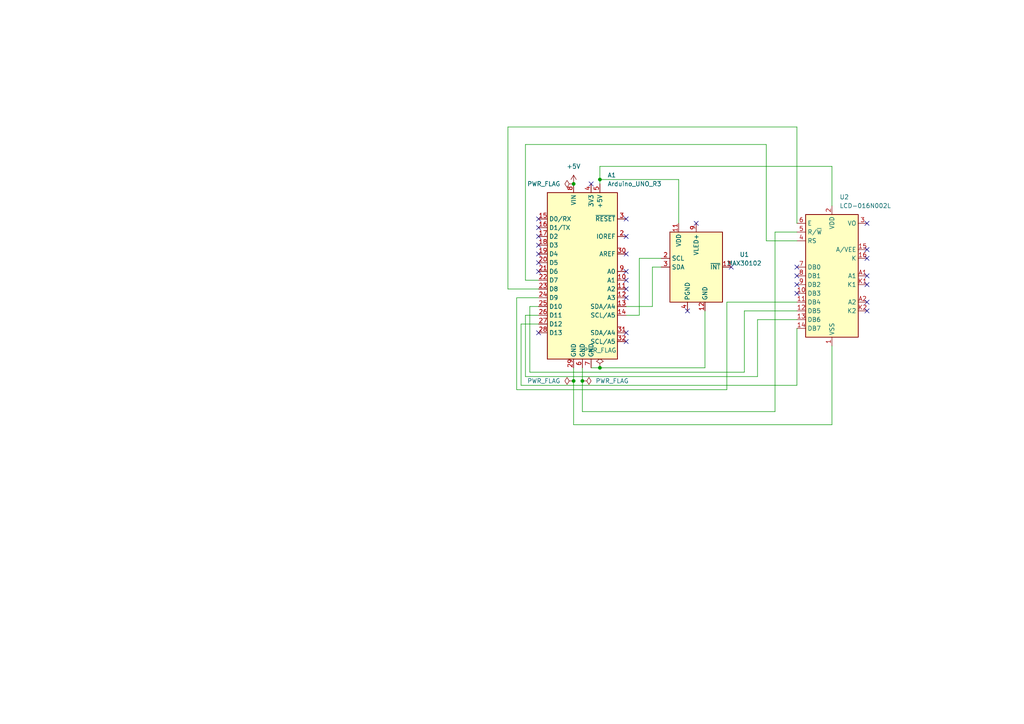
<source format=kicad_sch>
(kicad_sch (version 20230121) (generator eeschema)

  (uuid e1559fbd-739c-4bd1-b61a-a06b23dc8501)

  (paper "A4")

  (lib_symbols
    (symbol "Display_Character:LCD-016N002L" (in_bom yes) (on_board yes)
      (property "Reference" "U" (at -6.35 18.796 0)
        (effects (font (size 1.27 1.27)))
      )
      (property "Value" "LCD-016N002L" (at 8.636 18.796 0)
        (effects (font (size 1.27 1.27)))
      )
      (property "Footprint" "Display:LCD-016N002L" (at 0.508 -23.368 0)
        (effects (font (size 1.27 1.27)) hide)
      )
      (property "Datasheet" "http://www.vishay.com/docs/37299/37299.pdf" (at 12.7 -7.62 0)
        (effects (font (size 1.27 1.27)) hide)
      )
      (property "ki_keywords" "display LCD dot-matrix" (at 0 0 0)
        (effects (font (size 1.27 1.27)) hide)
      )
      (property "ki_description" "LCD 12x2, 8 bit parallel bus, 3V or 5V VDD" (at 0 0 0)
        (effects (font (size 1.27 1.27)) hide)
      )
      (property "ki_fp_filters" "*LCD*016N002L*" (at 0 0 0)
        (effects (font (size 1.27 1.27)) hide)
      )
      (symbol "LCD-016N002L_1_1"
        (rectangle (start -7.62 17.78) (end 7.62 -17.78)
          (stroke (width 0.254) (type default))
          (fill (type background))
        )
        (pin power_in line (at 0 -20.32 90) (length 2.54)
          (name "VSS" (effects (font (size 1.27 1.27))))
          (number "1" (effects (font (size 1.27 1.27))))
        )
        (pin bidirectional line (at -10.16 -5.08 0) (length 2.54)
          (name "DB3" (effects (font (size 1.27 1.27))))
          (number "10" (effects (font (size 1.27 1.27))))
        )
        (pin bidirectional line (at -10.16 -7.62 0) (length 2.54)
          (name "DB4" (effects (font (size 1.27 1.27))))
          (number "11" (effects (font (size 1.27 1.27))))
        )
        (pin bidirectional line (at -10.16 -10.16 0) (length 2.54)
          (name "DB5" (effects (font (size 1.27 1.27))))
          (number "12" (effects (font (size 1.27 1.27))))
        )
        (pin bidirectional line (at -10.16 -12.7 0) (length 2.54)
          (name "DB6" (effects (font (size 1.27 1.27))))
          (number "13" (effects (font (size 1.27 1.27))))
        )
        (pin bidirectional line (at -10.16 -15.24 0) (length 2.54)
          (name "DB7" (effects (font (size 1.27 1.27))))
          (number "14" (effects (font (size 1.27 1.27))))
        )
        (pin power_in line (at 10.16 7.62 180) (length 2.54)
          (name "A/VEE" (effects (font (size 1.27 1.27))))
          (number "15" (effects (font (size 1.27 1.27))))
        )
        (pin power_in line (at 10.16 5.08 180) (length 2.54)
          (name "K" (effects (font (size 1.27 1.27))))
          (number "16" (effects (font (size 1.27 1.27))))
        )
        (pin power_in line (at 0 20.32 270) (length 2.54)
          (name "VDD" (effects (font (size 1.27 1.27))))
          (number "2" (effects (font (size 1.27 1.27))))
        )
        (pin input line (at 10.16 15.24 180) (length 2.54)
          (name "VO" (effects (font (size 1.27 1.27))))
          (number "3" (effects (font (size 1.27 1.27))))
        )
        (pin input line (at -10.16 10.16 0) (length 2.54)
          (name "RS" (effects (font (size 1.27 1.27))))
          (number "4" (effects (font (size 1.27 1.27))))
        )
        (pin input line (at -10.16 12.7 0) (length 2.54)
          (name "R/~{W}" (effects (font (size 1.27 1.27))))
          (number "5" (effects (font (size 1.27 1.27))))
        )
        (pin input line (at -10.16 15.24 0) (length 2.54)
          (name "E" (effects (font (size 1.27 1.27))))
          (number "6" (effects (font (size 1.27 1.27))))
        )
        (pin bidirectional line (at -10.16 2.54 0) (length 2.54)
          (name "DB0" (effects (font (size 1.27 1.27))))
          (number "7" (effects (font (size 1.27 1.27))))
        )
        (pin bidirectional line (at -10.16 0 0) (length 2.54)
          (name "DB1" (effects (font (size 1.27 1.27))))
          (number "8" (effects (font (size 1.27 1.27))))
        )
        (pin bidirectional line (at -10.16 -2.54 0) (length 2.54)
          (name "DB2" (effects (font (size 1.27 1.27))))
          (number "9" (effects (font (size 1.27 1.27))))
        )
        (pin power_in line (at 10.16 0 180) (length 2.54)
          (name "A1" (effects (font (size 1.27 1.27))))
          (number "A1" (effects (font (size 1.27 1.27))))
        )
        (pin power_in line (at 10.16 -7.62 180) (length 2.54)
          (name "A2" (effects (font (size 1.27 1.27))))
          (number "A2" (effects (font (size 1.27 1.27))))
        )
        (pin power_in line (at 10.16 -2.54 180) (length 2.54)
          (name "K1" (effects (font (size 1.27 1.27))))
          (number "K1" (effects (font (size 1.27 1.27))))
        )
        (pin power_in line (at 10.16 -10.16 180) (length 2.54)
          (name "K2" (effects (font (size 1.27 1.27))))
          (number "K2" (effects (font (size 1.27 1.27))))
        )
      )
    )
    (symbol "MCU_Module:Arduino_UNO_R3" (in_bom yes) (on_board yes)
      (property "Reference" "A" (at -10.16 23.495 0)
        (effects (font (size 1.27 1.27)) (justify left bottom))
      )
      (property "Value" "Arduino_UNO_R3" (at 5.08 -26.67 0)
        (effects (font (size 1.27 1.27)) (justify left top))
      )
      (property "Footprint" "Module:Arduino_UNO_R3" (at 0 0 0)
        (effects (font (size 1.27 1.27) italic) hide)
      )
      (property "Datasheet" "https://www.arduino.cc/en/Main/arduinoBoardUno" (at 0 0 0)
        (effects (font (size 1.27 1.27)) hide)
      )
      (property "ki_keywords" "Arduino UNO R3 Microcontroller Module Atmel AVR USB" (at 0 0 0)
        (effects (font (size 1.27 1.27)) hide)
      )
      (property "ki_description" "Arduino UNO Microcontroller Module, release 3" (at 0 0 0)
        (effects (font (size 1.27 1.27)) hide)
      )
      (property "ki_fp_filters" "Arduino*UNO*R3*" (at 0 0 0)
        (effects (font (size 1.27 1.27)) hide)
      )
      (symbol "Arduino_UNO_R3_0_1"
        (rectangle (start -10.16 22.86) (end 10.16 -25.4)
          (stroke (width 0.254) (type default))
          (fill (type background))
        )
      )
      (symbol "Arduino_UNO_R3_1_1"
        (pin no_connect line (at -10.16 -20.32 0) (length 2.54) hide
          (name "NC" (effects (font (size 1.27 1.27))))
          (number "1" (effects (font (size 1.27 1.27))))
        )
        (pin bidirectional line (at 12.7 -2.54 180) (length 2.54)
          (name "A1" (effects (font (size 1.27 1.27))))
          (number "10" (effects (font (size 1.27 1.27))))
        )
        (pin bidirectional line (at 12.7 -5.08 180) (length 2.54)
          (name "A2" (effects (font (size 1.27 1.27))))
          (number "11" (effects (font (size 1.27 1.27))))
        )
        (pin bidirectional line (at 12.7 -7.62 180) (length 2.54)
          (name "A3" (effects (font (size 1.27 1.27))))
          (number "12" (effects (font (size 1.27 1.27))))
        )
        (pin bidirectional line (at 12.7 -10.16 180) (length 2.54)
          (name "SDA/A4" (effects (font (size 1.27 1.27))))
          (number "13" (effects (font (size 1.27 1.27))))
        )
        (pin bidirectional line (at 12.7 -12.7 180) (length 2.54)
          (name "SCL/A5" (effects (font (size 1.27 1.27))))
          (number "14" (effects (font (size 1.27 1.27))))
        )
        (pin bidirectional line (at -12.7 15.24 0) (length 2.54)
          (name "D0/RX" (effects (font (size 1.27 1.27))))
          (number "15" (effects (font (size 1.27 1.27))))
        )
        (pin bidirectional line (at -12.7 12.7 0) (length 2.54)
          (name "D1/TX" (effects (font (size 1.27 1.27))))
          (number "16" (effects (font (size 1.27 1.27))))
        )
        (pin bidirectional line (at -12.7 10.16 0) (length 2.54)
          (name "D2" (effects (font (size 1.27 1.27))))
          (number "17" (effects (font (size 1.27 1.27))))
        )
        (pin bidirectional line (at -12.7 7.62 0) (length 2.54)
          (name "D3" (effects (font (size 1.27 1.27))))
          (number "18" (effects (font (size 1.27 1.27))))
        )
        (pin bidirectional line (at -12.7 5.08 0) (length 2.54)
          (name "D4" (effects (font (size 1.27 1.27))))
          (number "19" (effects (font (size 1.27 1.27))))
        )
        (pin output line (at 12.7 10.16 180) (length 2.54)
          (name "IOREF" (effects (font (size 1.27 1.27))))
          (number "2" (effects (font (size 1.27 1.27))))
        )
        (pin bidirectional line (at -12.7 2.54 0) (length 2.54)
          (name "D5" (effects (font (size 1.27 1.27))))
          (number "20" (effects (font (size 1.27 1.27))))
        )
        (pin bidirectional line (at -12.7 0 0) (length 2.54)
          (name "D6" (effects (font (size 1.27 1.27))))
          (number "21" (effects (font (size 1.27 1.27))))
        )
        (pin bidirectional line (at -12.7 -2.54 0) (length 2.54)
          (name "D7" (effects (font (size 1.27 1.27))))
          (number "22" (effects (font (size 1.27 1.27))))
        )
        (pin bidirectional line (at -12.7 -5.08 0) (length 2.54)
          (name "D8" (effects (font (size 1.27 1.27))))
          (number "23" (effects (font (size 1.27 1.27))))
        )
        (pin bidirectional line (at -12.7 -7.62 0) (length 2.54)
          (name "D9" (effects (font (size 1.27 1.27))))
          (number "24" (effects (font (size 1.27 1.27))))
        )
        (pin bidirectional line (at -12.7 -10.16 0) (length 2.54)
          (name "D10" (effects (font (size 1.27 1.27))))
          (number "25" (effects (font (size 1.27 1.27))))
        )
        (pin bidirectional line (at -12.7 -12.7 0) (length 2.54)
          (name "D11" (effects (font (size 1.27 1.27))))
          (number "26" (effects (font (size 1.27 1.27))))
        )
        (pin bidirectional line (at -12.7 -15.24 0) (length 2.54)
          (name "D12" (effects (font (size 1.27 1.27))))
          (number "27" (effects (font (size 1.27 1.27))))
        )
        (pin bidirectional line (at -12.7 -17.78 0) (length 2.54)
          (name "D13" (effects (font (size 1.27 1.27))))
          (number "28" (effects (font (size 1.27 1.27))))
        )
        (pin power_in line (at -2.54 -27.94 90) (length 2.54)
          (name "GND" (effects (font (size 1.27 1.27))))
          (number "29" (effects (font (size 1.27 1.27))))
        )
        (pin input line (at 12.7 15.24 180) (length 2.54)
          (name "~{RESET}" (effects (font (size 1.27 1.27))))
          (number "3" (effects (font (size 1.27 1.27))))
        )
        (pin input line (at 12.7 5.08 180) (length 2.54)
          (name "AREF" (effects (font (size 1.27 1.27))))
          (number "30" (effects (font (size 1.27 1.27))))
        )
        (pin bidirectional line (at 12.7 -17.78 180) (length 2.54)
          (name "SDA/A4" (effects (font (size 1.27 1.27))))
          (number "31" (effects (font (size 1.27 1.27))))
        )
        (pin bidirectional line (at 12.7 -20.32 180) (length 2.54)
          (name "SCL/A5" (effects (font (size 1.27 1.27))))
          (number "32" (effects (font (size 1.27 1.27))))
        )
        (pin power_out line (at 2.54 25.4 270) (length 2.54)
          (name "3V3" (effects (font (size 1.27 1.27))))
          (number "4" (effects (font (size 1.27 1.27))))
        )
        (pin power_out line (at 5.08 25.4 270) (length 2.54)
          (name "+5V" (effects (font (size 1.27 1.27))))
          (number "5" (effects (font (size 1.27 1.27))))
        )
        (pin power_in line (at 0 -27.94 90) (length 2.54)
          (name "GND" (effects (font (size 1.27 1.27))))
          (number "6" (effects (font (size 1.27 1.27))))
        )
        (pin power_in line (at 2.54 -27.94 90) (length 2.54)
          (name "GND" (effects (font (size 1.27 1.27))))
          (number "7" (effects (font (size 1.27 1.27))))
        )
        (pin power_in line (at -2.54 25.4 270) (length 2.54)
          (name "VIN" (effects (font (size 1.27 1.27))))
          (number "8" (effects (font (size 1.27 1.27))))
        )
        (pin bidirectional line (at 12.7 0 180) (length 2.54)
          (name "A0" (effects (font (size 1.27 1.27))))
          (number "9" (effects (font (size 1.27 1.27))))
        )
      )
    )
    (symbol "Sensor:MAX30102" (in_bom yes) (on_board yes)
      (property "Reference" "U" (at 7.62 15.24 0)
        (effects (font (size 1.27 1.27)))
      )
      (property "Value" "MAX30102" (at 7.62 12.7 0)
        (effects (font (size 1.27 1.27)))
      )
      (property "Footprint" "OptoDevice:Maxim_OLGA-14_3.3x5.6mm_P0.8mm" (at 0 -2.54 0)
        (effects (font (size 1.27 1.27)) hide)
      )
      (property "Datasheet" "https://datasheets.maximintegrated.com/en/ds/MAX30102.pdf" (at 0 0 0)
        (effects (font (size 1.27 1.27)) hide)
      )
      (property "ki_keywords" "Heart Rate" (at 0 0 0)
        (effects (font (size 1.27 1.27)) hide)
      )
      (property "ki_description" "Heart Rate Sensor, 14-OLGA" (at 0 0 0)
        (effects (font (size 1.27 1.27)) hide)
      )
      (property "ki_fp_filters" "Maxim*OLGA*3.3x5.6mm*P0.8mm*" (at 0 0 0)
        (effects (font (size 1.27 1.27)) hide)
      )
      (symbol "MAX30102_0_1"
        (rectangle (start -7.62 10.16) (end 7.62 -10.16)
          (stroke (width 0.254) (type default))
          (fill (type background))
        )
      )
      (symbol "MAX30102_1_1"
        (pin no_connect line (at -7.62 5.08 0) (length 2.54) hide
          (name "NC" (effects (font (size 1.27 1.27))))
          (number "1" (effects (font (size 1.27 1.27))))
        )
        (pin passive line (at 0 12.7 270) (length 2.54) hide
          (name "VLED+" (effects (font (size 1.27 1.27))))
          (number "10" (effects (font (size 1.27 1.27))))
        )
        (pin power_in line (at -5.08 12.7 270) (length 2.54)
          (name "VDD" (effects (font (size 1.27 1.27))))
          (number "11" (effects (font (size 1.27 1.27))))
        )
        (pin power_in line (at 2.54 -12.7 90) (length 2.54)
          (name "GND" (effects (font (size 1.27 1.27))))
          (number "12" (effects (font (size 1.27 1.27))))
        )
        (pin output line (at 10.16 0 180) (length 2.54)
          (name "~{INT}" (effects (font (size 1.27 1.27))))
          (number "13" (effects (font (size 1.27 1.27))))
        )
        (pin no_connect line (at 7.62 2.54 180) (length 2.54) hide
          (name "NC" (effects (font (size 1.27 1.27))))
          (number "14" (effects (font (size 1.27 1.27))))
        )
        (pin input line (at -10.16 2.54 0) (length 2.54)
          (name "SCL" (effects (font (size 1.27 1.27))))
          (number "2" (effects (font (size 1.27 1.27))))
        )
        (pin bidirectional line (at -10.16 0 0) (length 2.54)
          (name "SDA" (effects (font (size 1.27 1.27))))
          (number "3" (effects (font (size 1.27 1.27))))
        )
        (pin power_in line (at -2.54 -12.7 90) (length 2.54)
          (name "PGND" (effects (font (size 1.27 1.27))))
          (number "4" (effects (font (size 1.27 1.27))))
        )
        (pin no_connect line (at 7.62 -7.62 180) (length 2.54) hide
          (name "NC" (effects (font (size 1.27 1.27))))
          (number "5" (effects (font (size 1.27 1.27))))
        )
        (pin no_connect line (at 7.62 -5.08 180) (length 2.54) hide
          (name "NC" (effects (font (size 1.27 1.27))))
          (number "6" (effects (font (size 1.27 1.27))))
        )
        (pin no_connect line (at -7.62 -2.54 0) (length 2.54) hide
          (name "NC" (effects (font (size 1.27 1.27))))
          (number "7" (effects (font (size 1.27 1.27))))
        )
        (pin no_connect line (at 7.62 5.08 180) (length 2.54) hide
          (name "NC" (effects (font (size 1.27 1.27))))
          (number "8" (effects (font (size 1.27 1.27))))
        )
        (pin power_in line (at 0 12.7 270) (length 2.54)
          (name "VLED+" (effects (font (size 1.27 1.27))))
          (number "9" (effects (font (size 1.27 1.27))))
        )
      )
    )
    (symbol "power:+5V" (power) (pin_names (offset 0)) (in_bom yes) (on_board yes)
      (property "Reference" "#PWR" (at 0 -3.81 0)
        (effects (font (size 1.27 1.27)) hide)
      )
      (property "Value" "+5V" (at 0 3.556 0)
        (effects (font (size 1.27 1.27)))
      )
      (property "Footprint" "" (at 0 0 0)
        (effects (font (size 1.27 1.27)) hide)
      )
      (property "Datasheet" "" (at 0 0 0)
        (effects (font (size 1.27 1.27)) hide)
      )
      (property "ki_keywords" "global power" (at 0 0 0)
        (effects (font (size 1.27 1.27)) hide)
      )
      (property "ki_description" "Power symbol creates a global label with name \"+5V\"" (at 0 0 0)
        (effects (font (size 1.27 1.27)) hide)
      )
      (symbol "+5V_0_1"
        (polyline
          (pts
            (xy -0.762 1.27)
            (xy 0 2.54)
          )
          (stroke (width 0) (type default))
          (fill (type none))
        )
        (polyline
          (pts
            (xy 0 0)
            (xy 0 2.54)
          )
          (stroke (width 0) (type default))
          (fill (type none))
        )
        (polyline
          (pts
            (xy 0 2.54)
            (xy 0.762 1.27)
          )
          (stroke (width 0) (type default))
          (fill (type none))
        )
      )
      (symbol "+5V_1_1"
        (pin power_in line (at 0 0 90) (length 0) hide
          (name "+5V" (effects (font (size 1.27 1.27))))
          (number "1" (effects (font (size 1.27 1.27))))
        )
      )
    )
    (symbol "power:PWR_FLAG" (power) (pin_numbers hide) (pin_names (offset 0) hide) (in_bom yes) (on_board yes)
      (property "Reference" "#FLG" (at 0 1.905 0)
        (effects (font (size 1.27 1.27)) hide)
      )
      (property "Value" "PWR_FLAG" (at 0 3.81 0)
        (effects (font (size 1.27 1.27)))
      )
      (property "Footprint" "" (at 0 0 0)
        (effects (font (size 1.27 1.27)) hide)
      )
      (property "Datasheet" "~" (at 0 0 0)
        (effects (font (size 1.27 1.27)) hide)
      )
      (property "ki_keywords" "flag power" (at 0 0 0)
        (effects (font (size 1.27 1.27)) hide)
      )
      (property "ki_description" "Special symbol for telling ERC where power comes from" (at 0 0 0)
        (effects (font (size 1.27 1.27)) hide)
      )
      (symbol "PWR_FLAG_0_0"
        (pin power_out line (at 0 0 90) (length 0)
          (name "pwr" (effects (font (size 1.27 1.27))))
          (number "1" (effects (font (size 1.27 1.27))))
        )
      )
      (symbol "PWR_FLAG_0_1"
        (polyline
          (pts
            (xy 0 0)
            (xy 0 1.27)
            (xy -1.016 1.905)
            (xy 0 2.54)
            (xy 1.016 1.905)
            (xy 0 1.27)
          )
          (stroke (width 0) (type default))
          (fill (type none))
        )
      )
    )
  )

  (junction (at 166.37 53.34) (diameter 0) (color 0 0 0 0)
    (uuid 6e2a02f7-7487-4609-ac19-75120befc96f)
  )
  (junction (at 166.37 110.49) (diameter 0) (color 0 0 0 0)
    (uuid 72080bd7-3daa-45f6-ab6b-3b51a4252e5b)
  )
  (junction (at 168.91 110.49) (diameter 0) (color 0 0 0 0)
    (uuid aa279f84-d4b2-454b-a430-3adee9bf34a2)
  )
  (junction (at 173.99 106.68) (diameter 0) (color 0 0 0 0)
    (uuid cca9a89f-e353-4ecf-acd0-1acd6a2a0719)
  )
  (junction (at 173.99 52.07) (diameter 0) (color 0 0 0 0)
    (uuid e9d1ec02-605f-4fc5-bde4-f93fd69b9dcd)
  )

  (no_connect (at 181.61 68.58) (uuid 017b5381-7587-4fc4-a839-7d9de0983e32))
  (no_connect (at 156.21 63.5) (uuid 046ad804-e1bb-4228-98ca-319d1a0e8bc3))
  (no_connect (at 156.21 68.58) (uuid 118b6bb2-661c-4ad7-8eb3-df7d6114c21b))
  (no_connect (at 212.09 77.47) (uuid 11d40fba-9216-43cd-9f28-821da3aca89a))
  (no_connect (at 156.21 66.04) (uuid 11f30f74-8782-4ef2-b9b8-70c1ce9ea116))
  (no_connect (at 201.93 64.77) (uuid 1c9d08b3-eeb9-4ac3-8925-acdce3465d17))
  (no_connect (at 251.46 64.77) (uuid 282c5a8a-ff84-496b-b5e4-99cb409ad2d3))
  (no_connect (at 251.46 72.39) (uuid 3be046fc-2868-4e98-bc32-a6a3be420771))
  (no_connect (at 251.46 82.55) (uuid 3cae6912-dbba-4932-b38c-e6670e485020))
  (no_connect (at 156.21 96.52) (uuid 3d9826b7-d970-44ac-9cf5-3093e14601e2))
  (no_connect (at 181.61 99.06) (uuid 40cb97ca-8acf-4441-ad66-52508572a4d6))
  (no_connect (at 231.14 80.01) (uuid 4129e1a9-aa77-4eea-a476-331e8b63c989))
  (no_connect (at 231.14 77.47) (uuid 49f25e25-a932-4765-9e3d-cfd508f935bc))
  (no_connect (at 251.46 80.01) (uuid 5294d674-dabf-4430-bc12-e3392e413404))
  (no_connect (at 156.21 78.74) (uuid 6991aa0d-5dda-4ea0-b814-e38b9fb84c32))
  (no_connect (at 181.61 96.52) (uuid 6b266c66-ff38-46cd-8706-a0d33b7749a0))
  (no_connect (at 156.21 71.12) (uuid 74570f32-d95b-4ad8-8162-f2d9dd8f1c4a))
  (no_connect (at 231.14 82.55) (uuid 7527598f-e523-43a6-9c8b-53b7793b3e4d))
  (no_connect (at 199.39 90.17) (uuid 86492f22-9632-4dce-9309-065fd1aca69a))
  (no_connect (at 171.45 53.34) (uuid 89b32b2d-ded8-438c-8ef7-72806ffc5549))
  (no_connect (at 181.61 81.28) (uuid 948917e3-9c53-4322-a9e1-1e9903d00a3b))
  (no_connect (at 251.46 74.93) (uuid a4b73600-dcc0-4ce0-8eda-1d883bc692b1))
  (no_connect (at 156.21 76.2) (uuid a4f7bee5-037e-4b35-a775-5e250467130e))
  (no_connect (at 156.21 73.66) (uuid a9b34a6a-436f-4017-b3fd-e233078e4bee))
  (no_connect (at 181.61 83.82) (uuid ac75ad72-98a8-4918-acb6-fc9a6b44498d))
  (no_connect (at 181.61 73.66) (uuid b181f447-518c-457d-8774-b09e9a2ea624))
  (no_connect (at 251.46 90.17) (uuid c069a602-bf87-4412-a13d-cf065d56aaa1))
  (no_connect (at 231.14 85.09) (uuid cba1f728-0330-4f7e-bc6d-333a0ef6d90b))
  (no_connect (at 181.61 86.36) (uuid d7d39bcd-5dd1-4522-ac85-690eeba3d5e6))
  (no_connect (at 181.61 78.74) (uuid d9f5987a-2336-45a2-8412-6edcdb144fa0))
  (no_connect (at 181.61 63.5) (uuid ddad896b-0179-4aa7-835d-c76786c3d417))
  (no_connect (at 251.46 87.63) (uuid f978cf79-7be7-415e-adb2-f560a48016cf))

  (wire (pts (xy 189.23 77.47) (xy 191.77 77.47))
    (stroke (width 0) (type default))
    (uuid 07ec3f95-5610-465e-ba27-832ac556c32c)
  )
  (wire (pts (xy 181.61 88.9) (xy 189.23 88.9))
    (stroke (width 0) (type default))
    (uuid 089302b3-e4d3-4697-ab79-18edb7089000)
  )
  (wire (pts (xy 241.3 100.33) (xy 241.3 123.19))
    (stroke (width 0) (type default))
    (uuid 0d309eed-4039-4292-97e5-8f9177180220)
  )
  (wire (pts (xy 241.3 123.19) (xy 166.37 123.19))
    (stroke (width 0) (type default))
    (uuid 0fff3a4e-9378-48be-a530-df05e20b6525)
  )
  (wire (pts (xy 224.79 67.31) (xy 224.79 119.38))
    (stroke (width 0) (type default))
    (uuid 1544f6e9-b748-4c9a-8512-e1293c88629b)
  )
  (wire (pts (xy 215.9 107.95) (xy 153.67 107.95))
    (stroke (width 0) (type default))
    (uuid 177a0a5b-c28f-44af-89a5-7f1b3713eeb9)
  )
  (wire (pts (xy 196.85 52.07) (xy 196.85 64.77))
    (stroke (width 0) (type default))
    (uuid 1ad4a885-980a-4add-a256-03dfdeafa532)
  )
  (wire (pts (xy 173.99 52.07) (xy 196.85 52.07))
    (stroke (width 0) (type default))
    (uuid 1bce3ed3-0bd2-4f60-a197-a6a5b94597ef)
  )
  (wire (pts (xy 168.91 110.49) (xy 168.91 106.68))
    (stroke (width 0) (type default))
    (uuid 212744d2-adf5-407e-8f24-03af8e9e374b)
  )
  (wire (pts (xy 231.14 36.83) (xy 147.32 36.83))
    (stroke (width 0) (type default))
    (uuid 23a24f1b-822a-47cb-ae8d-e06df0c755b8)
  )
  (wire (pts (xy 166.37 123.19) (xy 166.37 110.49))
    (stroke (width 0) (type default))
    (uuid 30c72f25-a0f6-4ad0-96ad-9ebe9b2ea473)
  )
  (wire (pts (xy 204.47 106.68) (xy 204.47 90.17))
    (stroke (width 0) (type default))
    (uuid 3472d5cc-9122-4171-86aa-f08bcbc8440b)
  )
  (wire (pts (xy 152.4 81.28) (xy 156.21 81.28))
    (stroke (width 0) (type default))
    (uuid 34d2dd65-57da-406d-aeb9-578df1fd9501)
  )
  (wire (pts (xy 231.14 95.25) (xy 231.14 111.76))
    (stroke (width 0) (type default))
    (uuid 36422460-bfa1-42e7-a1c9-81795544d5f2)
  )
  (wire (pts (xy 210.82 113.03) (xy 149.86 113.03))
    (stroke (width 0) (type default))
    (uuid 385f098c-ddd9-4ae8-b94e-4760948a2c7b)
  )
  (wire (pts (xy 185.42 91.44) (xy 185.42 74.93))
    (stroke (width 0) (type default))
    (uuid 3f3245fb-8a6b-4c6f-a8ab-5bd3da28db9e)
  )
  (wire (pts (xy 173.99 106.68) (xy 204.47 106.68))
    (stroke (width 0) (type default))
    (uuid 44b947a8-7927-48a6-889c-cf1e8fb134a6)
  )
  (wire (pts (xy 241.3 48.26) (xy 241.3 59.69))
    (stroke (width 0) (type default))
    (uuid 44e7e1f6-260a-467a-8202-0d4f5cafa8c1)
  )
  (wire (pts (xy 153.67 107.95) (xy 153.67 88.9))
    (stroke (width 0) (type default))
    (uuid 45655c98-456c-4675-abf6-fbbcb112e4b8)
  )
  (wire (pts (xy 151.13 111.76) (xy 151.13 93.98))
    (stroke (width 0) (type default))
    (uuid 66fdf303-f18d-4bb2-94d3-bd6bb6c7aaea)
  )
  (wire (pts (xy 219.71 92.71) (xy 219.71 109.22))
    (stroke (width 0) (type default))
    (uuid 69d74100-e70c-4fd5-8f9d-45398abf5521)
  )
  (wire (pts (xy 149.86 86.36) (xy 156.21 86.36))
    (stroke (width 0) (type default))
    (uuid 726fb0c6-1043-44fd-9f31-55cab2a18e49)
  )
  (wire (pts (xy 210.82 87.63) (xy 210.82 113.03))
    (stroke (width 0) (type default))
    (uuid 73aca009-1b9c-4091-aa10-6bbd9a8a7af5)
  )
  (wire (pts (xy 231.14 69.85) (xy 222.25 69.85))
    (stroke (width 0) (type default))
    (uuid 7b9c9acd-c496-4e59-a961-b3d472d29cb1)
  )
  (wire (pts (xy 152.4 109.22) (xy 152.4 91.44))
    (stroke (width 0) (type default))
    (uuid 8096e0a2-73b6-4480-b2f2-e61ebc727c94)
  )
  (wire (pts (xy 231.14 67.31) (xy 224.79 67.31))
    (stroke (width 0) (type default))
    (uuid 8407aeb9-8e18-44af-ba36-c3c90438d624)
  )
  (wire (pts (xy 224.79 119.38) (xy 168.91 119.38))
    (stroke (width 0) (type default))
    (uuid 845e3d84-3b6c-4503-8b29-57cc48694021)
  )
  (wire (pts (xy 231.14 90.17) (xy 215.9 90.17))
    (stroke (width 0) (type default))
    (uuid 86760629-1edd-40fe-b277-7e7827d8a9e0)
  )
  (wire (pts (xy 231.14 111.76) (xy 151.13 111.76))
    (stroke (width 0) (type default))
    (uuid 872dd52c-6b35-44f9-9368-98fde7d1e430)
  )
  (wire (pts (xy 168.91 119.38) (xy 168.91 110.49))
    (stroke (width 0) (type default))
    (uuid 8ae5ab22-a5b7-4528-80ac-18f8b1d4cba2)
  )
  (wire (pts (xy 222.25 41.91) (xy 152.4 41.91))
    (stroke (width 0) (type default))
    (uuid 8cf82043-30e5-46d1-9f0b-3a388ccfdc6f)
  )
  (wire (pts (xy 147.32 83.82) (xy 156.21 83.82))
    (stroke (width 0) (type default))
    (uuid 90b0775e-4c99-4863-a34e-a0686c5ecc3d)
  )
  (wire (pts (xy 222.25 69.85) (xy 222.25 41.91))
    (stroke (width 0) (type default))
    (uuid 9445c74c-5b3d-4dc4-969e-5b4795ce6f89)
  )
  (wire (pts (xy 215.9 90.17) (xy 215.9 107.95))
    (stroke (width 0) (type default))
    (uuid 95ef59ae-4c2e-4f98-a877-756a7592729f)
  )
  (wire (pts (xy 173.99 53.34) (xy 173.99 52.07))
    (stroke (width 0) (type default))
    (uuid 99dd0cdc-7ef1-4860-b5b7-2e2177a6249d)
  )
  (wire (pts (xy 185.42 74.93) (xy 191.77 74.93))
    (stroke (width 0) (type default))
    (uuid 9e9017a2-f845-4b51-8888-6fa8834b54ca)
  )
  (wire (pts (xy 231.14 92.71) (xy 219.71 92.71))
    (stroke (width 0) (type default))
    (uuid a1626ab9-2ad3-4d8a-a84b-6879d47d5d91)
  )
  (wire (pts (xy 166.37 110.49) (xy 166.37 106.68))
    (stroke (width 0) (type default))
    (uuid a6b9385b-0637-445f-bf45-085ff5219f38)
  )
  (wire (pts (xy 153.67 88.9) (xy 156.21 88.9))
    (stroke (width 0) (type default))
    (uuid a6f6156d-1f1a-4a45-afef-7f8c8d1bf55d)
  )
  (wire (pts (xy 181.61 91.44) (xy 185.42 91.44))
    (stroke (width 0) (type default))
    (uuid a8c945e7-fdf9-40f2-8caf-6adbf07e833f)
  )
  (wire (pts (xy 173.99 48.26) (xy 241.3 48.26))
    (stroke (width 0) (type default))
    (uuid ab22ffc5-9d86-4f93-9372-c00d697a077e)
  )
  (wire (pts (xy 173.99 52.07) (xy 173.99 48.26))
    (stroke (width 0) (type default))
    (uuid ac0d6c3e-e4a0-4960-a690-c049a42ac5ae)
  )
  (wire (pts (xy 149.86 113.03) (xy 149.86 86.36))
    (stroke (width 0) (type default))
    (uuid b3b26ba0-e353-4285-b177-e23d3c910155)
  )
  (wire (pts (xy 189.23 88.9) (xy 189.23 77.47))
    (stroke (width 0) (type default))
    (uuid c0b23eb9-947b-45f7-9d06-4cb233df5516)
  )
  (wire (pts (xy 171.45 106.68) (xy 173.99 106.68))
    (stroke (width 0) (type default))
    (uuid c6874f8d-e7c5-4919-9071-0e4fc68d1a5a)
  )
  (wire (pts (xy 152.4 91.44) (xy 156.21 91.44))
    (stroke (width 0) (type default))
    (uuid cbe49fdd-09bd-4e57-abae-a53e5eacf91c)
  )
  (wire (pts (xy 151.13 93.98) (xy 156.21 93.98))
    (stroke (width 0) (type default))
    (uuid cc99b74d-8b4d-46f4-951c-5afb71838e95)
  )
  (wire (pts (xy 231.14 64.77) (xy 231.14 36.83))
    (stroke (width 0) (type default))
    (uuid d5501c63-dce5-451d-a408-cdef937503e6)
  )
  (wire (pts (xy 152.4 41.91) (xy 152.4 81.28))
    (stroke (width 0) (type default))
    (uuid e72c5225-d677-4113-8dff-0db136149225)
  )
  (wire (pts (xy 147.32 36.83) (xy 147.32 83.82))
    (stroke (width 0) (type default))
    (uuid e7ae673a-9f1d-4a79-b4a4-a5503cb06d26)
  )
  (wire (pts (xy 231.14 87.63) (xy 210.82 87.63))
    (stroke (width 0) (type default))
    (uuid f09e67f3-87dd-41b9-b548-c62e14723583)
  )
  (wire (pts (xy 219.71 109.22) (xy 152.4 109.22))
    (stroke (width 0) (type default))
    (uuid fef6cdb2-ed4d-42b9-a63f-2d99fc820fea)
  )

  (symbol (lib_id "Sensor:MAX30102") (at 201.93 77.47 0) (unit 1)
    (in_bom yes) (on_board yes) (dnp no) (fields_autoplaced)
    (uuid 125d35a1-3198-4a62-95f3-8c53c9aa426d)
    (property "Reference" "U1" (at 215.9 73.8221 0)
      (effects (font (size 1.27 1.27)))
    )
    (property "Value" "MAX30102" (at 215.9 76.3621 0)
      (effects (font (size 1.27 1.27)))
    )
    (property "Footprint" "OptoDevice:Maxim_OLGA-14_3.3x5.6mm_P0.8mm" (at 201.93 80.01 0)
      (effects (font (size 1.27 1.27)) hide)
    )
    (property "Datasheet" "https://datasheets.maximintegrated.com/en/ds/MAX30102.pdf" (at 201.93 77.47 0)
      (effects (font (size 1.27 1.27)) hide)
    )
    (pin "10" (uuid a233dd0b-3b0b-4f23-9df5-bcee19a321af))
    (pin "11" (uuid 139f9077-f618-4a33-b43d-b716fd39a23c))
    (pin "14" (uuid 149d21e3-422b-468e-b76b-f8b18934f60a))
    (pin "8" (uuid a0261bc8-2ba9-4a7d-a995-0964b97cb12f))
    (pin "3" (uuid cd95fa82-e40a-49fc-88ae-ccb4fd2b33c6))
    (pin "1" (uuid 62c71a46-6704-4b3e-b56e-dd14f60cbe30))
    (pin "4" (uuid e07dfb6c-0bad-4d94-86df-4a21b1819921))
    (pin "13" (uuid 689b23e1-07fa-4215-8ca9-f1a726067a4b))
    (pin "5" (uuid f85c2159-2303-42f6-a09d-b5d93608abef))
    (pin "7" (uuid fde063c1-6bb2-4678-9235-d9a886e5452f))
    (pin "6" (uuid 33bcedb7-3398-4078-ae14-4bda3761c111))
    (pin "2" (uuid 678a8f31-c011-42a9-89c9-06e09b9078e4))
    (pin "9" (uuid 28199a5a-67be-4fa1-9ae8-1277fc5f82c2))
    (pin "12" (uuid fd7733a1-77db-44ab-9a56-203d619c2579))
    (instances
      (project "project4"
        (path "/e1559fbd-739c-4bd1-b61a-a06b23dc8501"
          (reference "U1") (unit 1)
        )
      )
    )
  )

  (symbol (lib_id "power:PWR_FLAG") (at 168.91 110.49 270) (unit 1)
    (in_bom yes) (on_board yes) (dnp no) (fields_autoplaced)
    (uuid 18270698-cf13-43df-a4e7-2364bfb54c2e)
    (property "Reference" "#FLG03" (at 170.815 110.49 0)
      (effects (font (size 1.27 1.27)) hide)
    )
    (property "Value" "PWR_FLAG" (at 172.72 110.49 90)
      (effects (font (size 1.27 1.27)) (justify left))
    )
    (property "Footprint" "" (at 168.91 110.49 0)
      (effects (font (size 1.27 1.27)) hide)
    )
    (property "Datasheet" "~" (at 168.91 110.49 0)
      (effects (font (size 1.27 1.27)) hide)
    )
    (pin "1" (uuid bb2332dd-9efd-4558-ab07-771ef0a0400c))
    (instances
      (project "project4"
        (path "/e1559fbd-739c-4bd1-b61a-a06b23dc8501"
          (reference "#FLG03") (unit 1)
        )
      )
    )
  )

  (symbol (lib_id "Display_Character:LCD-016N002L") (at 241.3 80.01 0) (unit 1)
    (in_bom yes) (on_board yes) (dnp no) (fields_autoplaced)
    (uuid 23a6f09f-26c0-4390-a014-7213f0fdca08)
    (property "Reference" "U2" (at 243.4941 57.15 0)
      (effects (font (size 1.27 1.27)) (justify left))
    )
    (property "Value" "LCD-016N002L" (at 243.4941 59.69 0)
      (effects (font (size 1.27 1.27)) (justify left))
    )
    (property "Footprint" "Display:LCD-016N002L" (at 241.808 103.378 0)
      (effects (font (size 1.27 1.27)) hide)
    )
    (property "Datasheet" "http://www.vishay.com/docs/37299/37299.pdf" (at 254 87.63 0)
      (effects (font (size 1.27 1.27)) hide)
    )
    (pin "A2" (uuid 5927e166-a1eb-41bf-8268-80814c6deb16))
    (pin "11" (uuid 114411b9-9fe5-42c0-99bd-b3bbc3d4467e))
    (pin "15" (uuid 08a05048-ede1-4e6d-b46e-d31365e1b183))
    (pin "3" (uuid b4de6ab7-d70a-45ea-bfef-03d0fdbe2a0c))
    (pin "12" (uuid ccefac3f-26ed-4525-933b-8024f84ec5a3))
    (pin "K2" (uuid b18dfe07-2c3a-401a-be90-f8af2781414b))
    (pin "13" (uuid 3d60ed42-26e7-4467-a9cb-d3d8451a5a2d))
    (pin "14" (uuid 9a49062b-2393-4f02-a41c-f68e8fcffd36))
    (pin "9" (uuid 43b3a3cc-1a41-4426-bcb6-b6ca6a6a9618))
    (pin "4" (uuid 29ef9d43-8d19-4510-bdc0-598bec18d9a7))
    (pin "6" (uuid 7e6ba611-02af-46ae-ba89-69766b951cb9))
    (pin "A1" (uuid 957f7ed8-b431-44ea-85bc-ceb1046ceed1))
    (pin "16" (uuid cf836844-ae66-413b-9475-e43d73b8a56e))
    (pin "1" (uuid 2f40cac3-3b96-4192-b855-55d930d6656f))
    (pin "10" (uuid fa332eda-9805-47ea-8104-0bc6d555102c))
    (pin "5" (uuid 993194d1-afb1-42af-945b-fd16802e03a1))
    (pin "7" (uuid 3ff30e5f-1d7b-44c6-a445-ae4b003ac9cd))
    (pin "8" (uuid db03d222-9c7d-40fd-8003-0f69af5fc278))
    (pin "2" (uuid 801011f8-b51e-483f-856d-a04293f47228))
    (pin "K1" (uuid bdffd705-e6db-4f83-a992-521411bb6164))
    (instances
      (project "project4"
        (path "/e1559fbd-739c-4bd1-b61a-a06b23dc8501"
          (reference "U2") (unit 1)
        )
      )
    )
  )

  (symbol (lib_id "power:PWR_FLAG") (at 166.37 110.49 90) (unit 1)
    (in_bom yes) (on_board yes) (dnp no) (fields_autoplaced)
    (uuid 414e6888-889b-488e-95c5-e1132617e00f)
    (property "Reference" "#FLG02" (at 164.465 110.49 0)
      (effects (font (size 1.27 1.27)) hide)
    )
    (property "Value" "PWR_FLAG" (at 162.56 110.49 90)
      (effects (font (size 1.27 1.27)) (justify left))
    )
    (property "Footprint" "" (at 166.37 110.49 0)
      (effects (font (size 1.27 1.27)) hide)
    )
    (property "Datasheet" "~" (at 166.37 110.49 0)
      (effects (font (size 1.27 1.27)) hide)
    )
    (pin "1" (uuid 58a85c8b-b875-479f-a1d5-34dd78ebadea))
    (instances
      (project "project4"
        (path "/e1559fbd-739c-4bd1-b61a-a06b23dc8501"
          (reference "#FLG02") (unit 1)
        )
      )
    )
  )

  (symbol (lib_id "power:+5V") (at 166.37 53.34 0) (unit 1)
    (in_bom yes) (on_board yes) (dnp no) (fields_autoplaced)
    (uuid 78112a19-ecd3-4a4e-8836-b4c53d56746f)
    (property "Reference" "#PWR01" (at 166.37 57.15 0)
      (effects (font (size 1.27 1.27)) hide)
    )
    (property "Value" "+5V" (at 166.37 48.26 0)
      (effects (font (size 1.27 1.27)))
    )
    (property "Footprint" "" (at 166.37 53.34 0)
      (effects (font (size 1.27 1.27)) hide)
    )
    (property "Datasheet" "" (at 166.37 53.34 0)
      (effects (font (size 1.27 1.27)) hide)
    )
    (pin "1" (uuid fabaaf93-f12e-42b6-9a1d-035c570dc963))
    (instances
      (project "project4"
        (path "/e1559fbd-739c-4bd1-b61a-a06b23dc8501"
          (reference "#PWR01") (unit 1)
        )
      )
    )
  )

  (symbol (lib_id "MCU_Module:Arduino_UNO_R3") (at 168.91 78.74 0) (unit 1)
    (in_bom yes) (on_board yes) (dnp no) (fields_autoplaced)
    (uuid b34a56c1-61fe-42ce-84c2-beeac31e98ed)
    (property "Reference" "A1" (at 176.1841 50.8 0)
      (effects (font (size 1.27 1.27)) (justify left))
    )
    (property "Value" "Arduino_UNO_R3" (at 176.1841 53.34 0)
      (effects (font (size 1.27 1.27)) (justify left))
    )
    (property "Footprint" "Module:Arduino_UNO_R3" (at 168.91 78.74 0)
      (effects (font (size 1.27 1.27) italic) hide)
    )
    (property "Datasheet" "https://www.arduino.cc/en/Main/arduinoBoardUno" (at 168.91 78.74 0)
      (effects (font (size 1.27 1.27)) hide)
    )
    (pin "25" (uuid 8b95ceeb-d8ac-42d3-809a-be630733bb45))
    (pin "30" (uuid 3648dfc5-dc05-4c81-8211-ca345c423a9b))
    (pin "6" (uuid 5dc65cd2-ea19-4213-956c-e9d7c8dd22b3))
    (pin "1" (uuid 3b07964a-603a-4e61-9479-36d77788c36a))
    (pin "13" (uuid dd393ebc-3b85-4f4a-9e17-22033ae750dc))
    (pin "7" (uuid bfaae71f-7506-491c-8e29-45d1f60facdc))
    (pin "32" (uuid 034684cd-15a0-45b6-811d-dfa69116e038))
    (pin "3" (uuid 3cee7d1e-5ce2-414e-87a6-aa4134fd5f07))
    (pin "10" (uuid 39760885-fc35-4851-8ae8-25f8590767c1))
    (pin "11" (uuid d4a42f77-82c8-44c1-b930-c5c17b80600a))
    (pin "26" (uuid 58e30592-d054-4ad3-95e0-538ab1984741))
    (pin "5" (uuid 9ba24a15-a4f4-46a8-9553-52bb17faae74))
    (pin "16" (uuid 4b9a304f-4ea7-4eef-93d0-b9c9b8c16485))
    (pin "17" (uuid b6a29581-b72f-49ba-bb2a-19f27cc358c4))
    (pin "21" (uuid 8636c968-f3aa-4dc9-ab9b-0422f9b6f20e))
    (pin "23" (uuid b70fbee2-1764-4513-ab30-2efab533b338))
    (pin "28" (uuid 8f02c9c8-c591-42eb-868d-3c3d8097fbb5))
    (pin "24" (uuid 3a76959b-cb48-4b64-9f4c-a4c6bc90e5c0))
    (pin "19" (uuid 1df0ff26-d5ac-4505-a215-bab59e8667bd))
    (pin "4" (uuid d0ffe0b6-6f53-42ea-a710-156dad7a45c1))
    (pin "8" (uuid b38357de-f89e-4be5-9606-3e700733401a))
    (pin "22" (uuid 1eac3e9c-3493-44dc-b6eb-fd7af5a63bd1))
    (pin "12" (uuid fe404bce-e74c-42ef-b1db-27a1746fe8db))
    (pin "15" (uuid 96f0234c-4f3d-4348-8a9c-201ef5de7f2f))
    (pin "14" (uuid 3b7fc60e-8b1c-47c4-9504-24d0e349b5f6))
    (pin "20" (uuid 46221fc7-f0a0-4bfe-bdc6-ae6999035111))
    (pin "29" (uuid 5786b057-2bad-4570-be6d-26668bf68043))
    (pin "27" (uuid 78cd84fc-1536-48ce-82ca-acf97ffbc8de))
    (pin "2" (uuid 6fe0927f-71b6-47ed-b3ba-87bb47b07ba8))
    (pin "31" (uuid bdfd6a52-5a77-427d-9e7a-c06ae02c3199))
    (pin "9" (uuid 6a9c032f-7e2d-43e4-b16b-08a3834a235a))
    (pin "18" (uuid 46733a2d-5840-41bb-89d4-ae95b2bebb3e))
    (instances
      (project "project4"
        (path "/e1559fbd-739c-4bd1-b61a-a06b23dc8501"
          (reference "A1") (unit 1)
        )
      )
    )
  )

  (symbol (lib_id "power:PWR_FLAG") (at 166.37 53.34 90) (unit 1)
    (in_bom yes) (on_board yes) (dnp no) (fields_autoplaced)
    (uuid d73f55d8-a514-4a89-86dd-267c6c4ed5fa)
    (property "Reference" "#FLG01" (at 164.465 53.34 0)
      (effects (font (size 1.27 1.27)) hide)
    )
    (property "Value" "PWR_FLAG" (at 162.56 53.34 90)
      (effects (font (size 1.27 1.27)) (justify left))
    )
    (property "Footprint" "" (at 166.37 53.34 0)
      (effects (font (size 1.27 1.27)) hide)
    )
    (property "Datasheet" "~" (at 166.37 53.34 0)
      (effects (font (size 1.27 1.27)) hide)
    )
    (pin "1" (uuid 642fab29-12d5-4916-a9bd-7c3822a751f1))
    (instances
      (project "project4"
        (path "/e1559fbd-739c-4bd1-b61a-a06b23dc8501"
          (reference "#FLG01") (unit 1)
        )
      )
    )
  )

  (symbol (lib_id "power:PWR_FLAG") (at 173.99 106.68 0) (unit 1)
    (in_bom yes) (on_board yes) (dnp no) (fields_autoplaced)
    (uuid e3479909-bc25-4e7e-b398-ded5c46558d5)
    (property "Reference" "#FLG04" (at 173.99 104.775 0)
      (effects (font (size 1.27 1.27)) hide)
    )
    (property "Value" "PWR_FLAG" (at 173.99 101.6 0)
      (effects (font (size 1.27 1.27)))
    )
    (property "Footprint" "" (at 173.99 106.68 0)
      (effects (font (size 1.27 1.27)) hide)
    )
    (property "Datasheet" "~" (at 173.99 106.68 0)
      (effects (font (size 1.27 1.27)) hide)
    )
    (pin "1" (uuid f776503e-5e42-490d-9dc9-0e8432968e5f))
    (instances
      (project "project4"
        (path "/e1559fbd-739c-4bd1-b61a-a06b23dc8501"
          (reference "#FLG04") (unit 1)
        )
      )
    )
  )

  (sheet_instances
    (path "/" (page "1"))
  )
)

</source>
